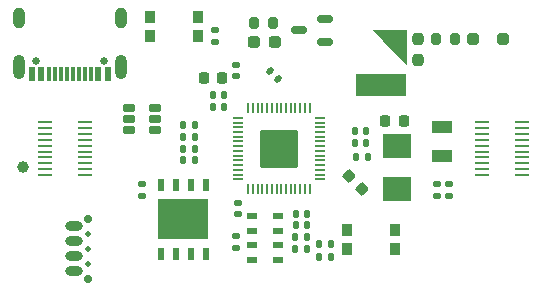
<source format=gts>
G04 #@! TF.GenerationSoftware,KiCad,Pcbnew,7.0.5-0*
G04 #@! TF.CreationDate,2023-09-26T17:10:22-04:00*
G04 #@! TF.ProjectId,Rudolph_Tracker,5275646f-6c70-4685-9f54-7261636b6572,rev?*
G04 #@! TF.SameCoordinates,Original*
G04 #@! TF.FileFunction,Soldermask,Top*
G04 #@! TF.FilePolarity,Negative*
%FSLAX46Y46*%
G04 Gerber Fmt 4.6, Leading zero omitted, Abs format (unit mm)*
G04 Created by KiCad (PCBNEW 7.0.5-0) date 2023-09-26 17:10:22*
%MOMM*%
%LPD*%
G01*
G04 APERTURE LIST*
G04 Aperture macros list*
%AMRoundRect*
0 Rectangle with rounded corners*
0 $1 Rounding radius*
0 $2 $3 $4 $5 $6 $7 $8 $9 X,Y pos of 4 corners*
0 Add a 4 corners polygon primitive as box body*
4,1,4,$2,$3,$4,$5,$6,$7,$8,$9,$2,$3,0*
0 Add four circle primitives for the rounded corners*
1,1,$1+$1,$2,$3*
1,1,$1+$1,$4,$5*
1,1,$1+$1,$6,$7*
1,1,$1+$1,$8,$9*
0 Add four rect primitives between the rounded corners*
20,1,$1+$1,$2,$3,$4,$5,0*
20,1,$1+$1,$4,$5,$6,$7,0*
20,1,$1+$1,$6,$7,$8,$9,0*
20,1,$1+$1,$8,$9,$2,$3,0*%
G04 Aperture macros list end*
%ADD10C,0.000100*%
%ADD11RoundRect,0.135000X0.135000X0.185000X-0.135000X0.185000X-0.135000X-0.185000X0.135000X-0.185000X0*%
%ADD12RoundRect,0.050000X0.050000X-0.387500X0.050000X0.387500X-0.050000X0.387500X-0.050000X-0.387500X0*%
%ADD13RoundRect,0.050000X0.387500X-0.050000X0.387500X0.050000X-0.387500X0.050000X-0.387500X-0.050000X0*%
%ADD14RoundRect,0.144000X1.456000X-1.456000X1.456000X1.456000X-1.456000X1.456000X-1.456000X-1.456000X0*%
%ADD15RoundRect,0.200000X-0.200000X-0.275000X0.200000X-0.275000X0.200000X0.275000X-0.200000X0.275000X0*%
%ADD16RoundRect,0.237500X0.287500X0.237500X-0.287500X0.237500X-0.287500X-0.237500X0.287500X-0.237500X0*%
%ADD17RoundRect,0.200000X0.200000X0.275000X-0.200000X0.275000X-0.200000X-0.275000X0.200000X-0.275000X0*%
%ADD18RoundRect,0.237500X-0.237500X0.250000X-0.237500X-0.250000X0.237500X-0.250000X0.237500X0.250000X0*%
%ADD19RoundRect,0.225000X0.335876X0.017678X0.017678X0.335876X-0.335876X-0.017678X-0.017678X-0.335876X0*%
%ADD20R,2.400000X2.000000*%
%ADD21RoundRect,0.102000X-2.050000X-0.850000X2.050000X-0.850000X2.050000X0.850000X-2.050000X0.850000X0*%
%ADD22R,1.200000X0.250000*%
%ADD23RoundRect,0.140000X0.140000X0.170000X-0.140000X0.170000X-0.140000X-0.170000X0.140000X-0.170000X0*%
%ADD24RoundRect,0.135000X0.185000X-0.135000X0.185000X0.135000X-0.185000X0.135000X-0.185000X-0.135000X0*%
%ADD25RoundRect,0.140000X-0.140000X-0.170000X0.140000X-0.170000X0.140000X0.170000X-0.140000X0.170000X0*%
%ADD26R,1.800000X1.000000*%
%ADD27R,0.900000X1.000000*%
%ADD28RoundRect,0.225000X-0.225000X-0.250000X0.225000X-0.250000X0.225000X0.250000X-0.225000X0.250000X0*%
%ADD29R,0.500000X1.100000*%
%ADD30R,4.300000X3.400000*%
%ADD31RoundRect,0.162500X0.367500X0.162500X-0.367500X0.162500X-0.367500X-0.162500X0.367500X-0.162500X0*%
%ADD32C,1.000000*%
%ADD33RoundRect,0.140000X0.219203X0.021213X0.021213X0.219203X-0.219203X-0.021213X-0.021213X-0.219203X0*%
%ADD34RoundRect,0.140000X0.170000X-0.140000X0.170000X0.140000X-0.170000X0.140000X-0.170000X-0.140000X0*%
%ADD35C,0.650000*%
%ADD36R,0.600000X1.150000*%
%ADD37R,0.300000X1.150000*%
%ADD38O,1.000000X2.100000*%
%ADD39O,1.000000X1.800000*%
%ADD40RoundRect,0.250000X-0.250000X-0.250000X0.250000X-0.250000X0.250000X0.250000X-0.250000X0.250000X0*%
%ADD41RoundRect,0.225000X0.225000X0.250000X-0.225000X0.250000X-0.225000X-0.250000X0.225000X-0.250000X0*%
%ADD42RoundRect,0.135000X-0.185000X0.135000X-0.185000X-0.135000X0.185000X-0.135000X0.185000X0.135000X0*%
%ADD43RoundRect,0.140000X-0.170000X0.140000X-0.170000X-0.140000X0.170000X-0.140000X0.170000X0.140000X0*%
%ADD44R,0.950000X0.550000*%
%ADD45RoundRect,0.150000X0.512500X0.150000X-0.512500X0.150000X-0.512500X-0.150000X0.512500X-0.150000X0*%
%ADD46C,0.700000*%
%ADD47C,0.500000*%
%ADD48O,1.500000X0.800000*%
G04 APERTURE END LIST*
D10*
X103300000Y-112500000D02*
X100500000Y-109700000D01*
X103300000Y-109700000D01*
X103300000Y-112500000D01*
G36*
X103300000Y-112500000D02*
G01*
X100500000Y-109700000D01*
X103300000Y-109700000D01*
X103300000Y-112500000D01*
G37*
D11*
X94910000Y-127200000D03*
X93890000Y-127200000D03*
D12*
X89900000Y-123137500D03*
X90300000Y-123137500D03*
X90700000Y-123137500D03*
X91100000Y-123137500D03*
X91500000Y-123137500D03*
X91900000Y-123137500D03*
X92300000Y-123137500D03*
X92700000Y-123137500D03*
X93100000Y-123137500D03*
X93500000Y-123137500D03*
X93900000Y-123137500D03*
X94300000Y-123137500D03*
X94700000Y-123137500D03*
X95100000Y-123137500D03*
D13*
X95937500Y-122300000D03*
X95937500Y-121900000D03*
X95937500Y-121500000D03*
X95937500Y-121100000D03*
X95937500Y-120700000D03*
X95937500Y-120300000D03*
X95937500Y-119900000D03*
X95937500Y-119500000D03*
X95937500Y-119100000D03*
X95937500Y-118700000D03*
X95937500Y-118300000D03*
X95937500Y-117900000D03*
X95937500Y-117500000D03*
X95937500Y-117100000D03*
D12*
X95100000Y-116262500D03*
X94700000Y-116262500D03*
X94300000Y-116262500D03*
X93900000Y-116262500D03*
X93500000Y-116262500D03*
X93100000Y-116262500D03*
X92700000Y-116262500D03*
X92300000Y-116262500D03*
X91900000Y-116262500D03*
X91500000Y-116262500D03*
X91100000Y-116262500D03*
X90700000Y-116262500D03*
X90300000Y-116262500D03*
X89900000Y-116262500D03*
D13*
X89062500Y-117100000D03*
X89062500Y-117500000D03*
X89062500Y-117900000D03*
X89062500Y-118300000D03*
X89062500Y-118700000D03*
X89062500Y-119100000D03*
X89062500Y-119500000D03*
X89062500Y-119900000D03*
X89062500Y-120300000D03*
X89062500Y-120700000D03*
X89062500Y-121100000D03*
X89062500Y-121500000D03*
X89062500Y-121900000D03*
X89062500Y-122300000D03*
D14*
X92500000Y-119700000D03*
D15*
X90375000Y-109100000D03*
X92025000Y-109100000D03*
D16*
X92175000Y-110700000D03*
X90425000Y-110700000D03*
D17*
X107425000Y-110400000D03*
X105775000Y-110400000D03*
D11*
X94910000Y-128200000D03*
X93890000Y-128200000D03*
X96910000Y-128900000D03*
X95890000Y-128900000D03*
D18*
X104300000Y-110387500D03*
X104300000Y-112212500D03*
D19*
X99548008Y-123148008D03*
X98451992Y-122051992D03*
D20*
X102500000Y-119450000D03*
X102500000Y-123150000D03*
D21*
X101150000Y-114350000D03*
D22*
X72700001Y-121950001D03*
X72700001Y-121450002D03*
X72700001Y-120950000D03*
X72700001Y-120450001D03*
X72700001Y-119950000D03*
X72700001Y-119450000D03*
X72700001Y-118950002D03*
X72700001Y-118450000D03*
X72700001Y-117950001D03*
X72700001Y-117449999D03*
X76100002Y-121950001D03*
X76100002Y-121450002D03*
X76100002Y-120950000D03*
X76100002Y-120450001D03*
X76100002Y-119950000D03*
X76100002Y-119450000D03*
X76100002Y-118950002D03*
X76100002Y-118450000D03*
X76100002Y-117950001D03*
X76100002Y-117449999D03*
D23*
X87880000Y-115200000D03*
X86920000Y-115200000D03*
D24*
X106900000Y-123710000D03*
X106900000Y-122690000D03*
D25*
X98920000Y-119200000D03*
X99880000Y-119200000D03*
D26*
X106300000Y-120350000D03*
X106300000Y-117850000D03*
D23*
X85380000Y-120700000D03*
X84420000Y-120700000D03*
D27*
X98250000Y-126600000D03*
X102350000Y-126600000D03*
X98250000Y-128200000D03*
X102350000Y-128200000D03*
D11*
X96910000Y-127800000D03*
X95890000Y-127800000D03*
D28*
X101525000Y-117400000D03*
X103075000Y-117400000D03*
D29*
X82495000Y-128600000D03*
X83765000Y-128600000D03*
X85035000Y-128600000D03*
X86305000Y-128600000D03*
X86305000Y-122800000D03*
X85035000Y-122800000D03*
X83765000Y-122800000D03*
X82495000Y-122800000D03*
D30*
X84400000Y-125700000D03*
D23*
X87880000Y-116200000D03*
X86920000Y-116200000D03*
D27*
X81550000Y-108600000D03*
X85650000Y-108600000D03*
X81550000Y-110200000D03*
X85650000Y-110200000D03*
D11*
X85410000Y-117700000D03*
X84390000Y-117700000D03*
X100010000Y-120400000D03*
X98990000Y-120400000D03*
D31*
X82000000Y-118150000D03*
X82000000Y-117200000D03*
X82000000Y-116250000D03*
X79800000Y-116250000D03*
X79800000Y-117200000D03*
X79800000Y-118150000D03*
D11*
X85410000Y-118700000D03*
X84390000Y-118700000D03*
D32*
X70800000Y-121300000D03*
D33*
X92439411Y-113839411D03*
X91760589Y-113160589D03*
D34*
X88900000Y-113580000D03*
X88900000Y-112620000D03*
D35*
X77690000Y-112305000D03*
X71910000Y-112305000D03*
D36*
X78000000Y-113380000D03*
X77200000Y-113380000D03*
D37*
X76050000Y-113380000D03*
X75050000Y-113380000D03*
X74550000Y-113380000D03*
X73550000Y-113380000D03*
D36*
X72400000Y-113380000D03*
X71600000Y-113380000D03*
X71600000Y-113380000D03*
X72400000Y-113380000D03*
D37*
X73050000Y-113380000D03*
X74050000Y-113380000D03*
X75550000Y-113380000D03*
X76550000Y-113380000D03*
D36*
X77200000Y-113380000D03*
X78000000Y-113380000D03*
D38*
X79120000Y-112805000D03*
D39*
X79120000Y-108625000D03*
D38*
X70480000Y-112805000D03*
D39*
X70480000Y-108625000D03*
D25*
X93920000Y-125200000D03*
X94880000Y-125200000D03*
X98920000Y-118200000D03*
X99880000Y-118200000D03*
D40*
X108950000Y-110400000D03*
X111450000Y-110400000D03*
D41*
X87675000Y-113700000D03*
X86125000Y-113700000D03*
D25*
X93920000Y-126200000D03*
X94880000Y-126200000D03*
D42*
X87100000Y-109690000D03*
X87100000Y-110710000D03*
D43*
X88900000Y-127120000D03*
X88900000Y-128080000D03*
X89000000Y-124320000D03*
X89000000Y-125280000D03*
D42*
X105900000Y-122690000D03*
X105900000Y-123710000D03*
D23*
X85380000Y-119700000D03*
X84420000Y-119700000D03*
D44*
X90250000Y-125400000D03*
X90250000Y-126650000D03*
X90250000Y-127900000D03*
X90250000Y-129150000D03*
X92400000Y-129150000D03*
X92400000Y-127900000D03*
X92400000Y-126650000D03*
X92400000Y-125400000D03*
D22*
X109700001Y-121950001D03*
X109700001Y-121450002D03*
X109700001Y-120950000D03*
X109700001Y-120450001D03*
X109700001Y-119950000D03*
X109700001Y-119450000D03*
X109700001Y-118950002D03*
X109700001Y-118450000D03*
X109700001Y-117950001D03*
X109700001Y-117449999D03*
X113100002Y-121950001D03*
X113100002Y-121450002D03*
X113100002Y-120950000D03*
X113100002Y-120450001D03*
X113100002Y-119950000D03*
X113100002Y-119450000D03*
X113100002Y-118950002D03*
X113100002Y-118450000D03*
X113100002Y-117950001D03*
X113100002Y-117449999D03*
D43*
X80900000Y-122720000D03*
X80900000Y-123680000D03*
D45*
X96437500Y-110650000D03*
X96437500Y-108750000D03*
X94162500Y-109700000D03*
D46*
X76305000Y-130740000D03*
D47*
X76305000Y-129470000D03*
X76305000Y-128200000D03*
X76305000Y-126930000D03*
D46*
X76305000Y-125660000D03*
D48*
X75150000Y-130105000D03*
X75150000Y-128835000D03*
X75150000Y-127565000D03*
X75150000Y-126295000D03*
M02*

</source>
